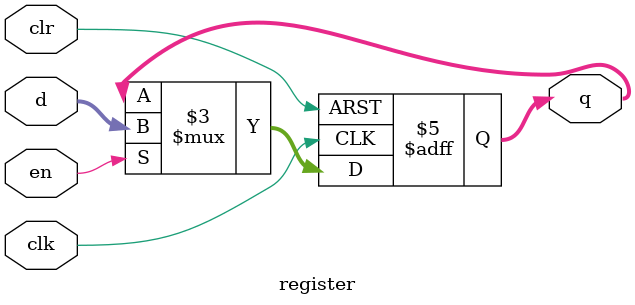
<source format=v>
module register(q, d, clk, en, clr);
	input [31:0] d;
	input clk, en, clr;
	wire clr;
	output reg [31:0] q;

	initial
	begin
	    q = 32'h00000000;
	end 
	always @(posedge clk or posedge clr) begin
	    if (clr) begin
                q <= 32'h00000000;
	    end 
	    else if (en) begin
                q <= d;
	    end
	end
endmodule

</source>
